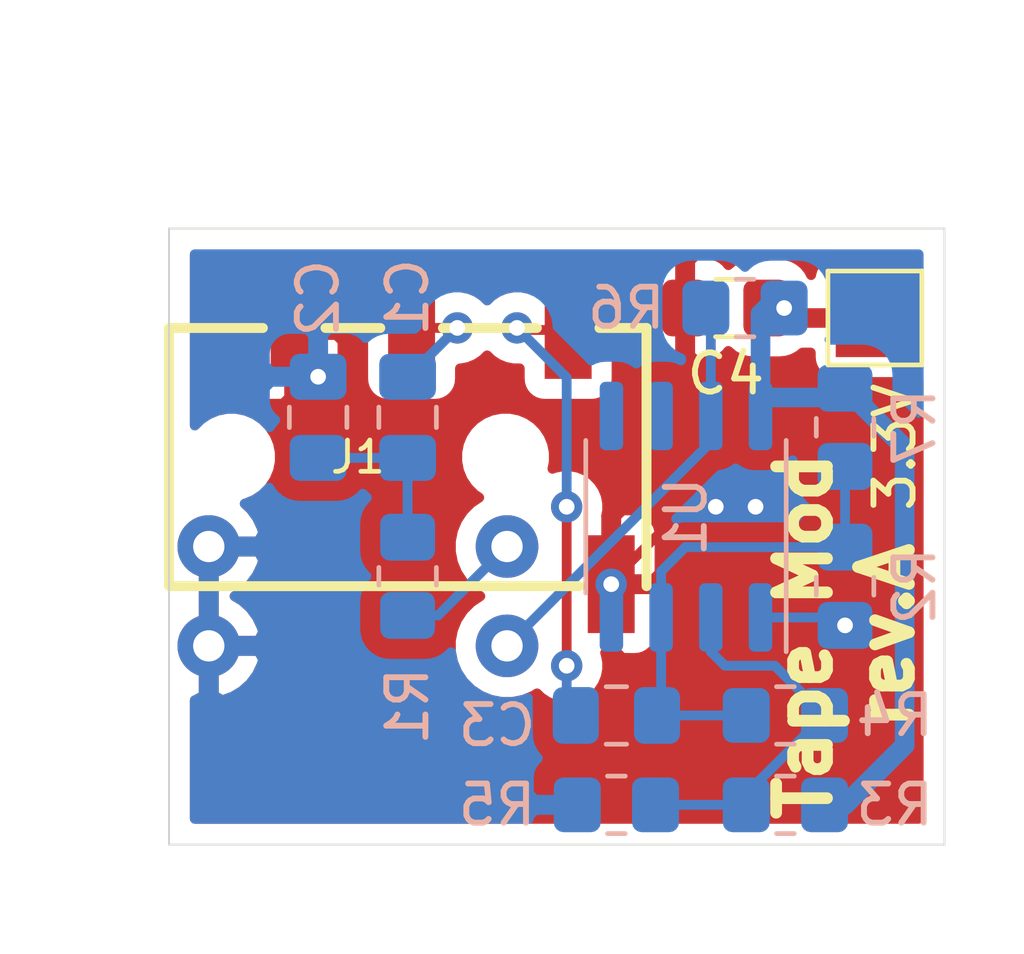
<source format=kicad_pcb>
(kicad_pcb (version 20171130) (host pcbnew 5.1.10-88a1d61d58~88~ubuntu20.04.1)

  (general
    (thickness 1.6)
    (drawings 5)
    (tracks 65)
    (zones 0)
    (modules 15)
    (nets 10)
  )

  (page A4)
  (layers
    (0 F.Cu signal)
    (31 B.Cu signal)
    (32 B.Adhes user)
    (33 F.Adhes user)
    (34 B.Paste user)
    (35 F.Paste user)
    (36 B.SilkS user)
    (37 F.SilkS user)
    (38 B.Mask user)
    (39 F.Mask user)
    (40 Dwgs.User user)
    (41 Cmts.User user)
    (42 Eco1.User user)
    (43 Eco2.User user)
    (44 Edge.Cuts user)
    (45 Margin user)
    (46 B.CrtYd user)
    (47 F.CrtYd user)
    (48 B.Fab user)
    (49 F.Fab user)
  )

  (setup
    (last_trace_width 0.25)
    (trace_clearance 0.2)
    (zone_clearance 0.508)
    (zone_45_only no)
    (trace_min 0.2)
    (via_size 0.8)
    (via_drill 0.4)
    (via_min_size 0.4)
    (via_min_drill 0.3)
    (uvia_size 0.3)
    (uvia_drill 0.1)
    (uvias_allowed no)
    (uvia_min_size 0.2)
    (uvia_min_drill 0.1)
    (edge_width 0.05)
    (segment_width 0.2)
    (pcb_text_width 0.3)
    (pcb_text_size 1.5 1.5)
    (mod_edge_width 0.12)
    (mod_text_size 1 1)
    (mod_text_width 0.15)
    (pad_size 1.524 1.524)
    (pad_drill 0.762)
    (pad_to_mask_clearance 0)
    (aux_axis_origin 0 0)
    (visible_elements FFFFFF7F)
    (pcbplotparams
      (layerselection 0x010fc_ffffffff)
      (usegerberextensions false)
      (usegerberattributes true)
      (usegerberadvancedattributes true)
      (creategerberjobfile true)
      (excludeedgelayer true)
      (linewidth 0.100000)
      (plotframeref false)
      (viasonmask false)
      (mode 1)
      (useauxorigin false)
      (hpglpennumber 1)
      (hpglpenspeed 20)
      (hpglpendiameter 15.000000)
      (psnegative false)
      (psa4output false)
      (plotreference true)
      (plotvalue true)
      (plotinvisibletext false)
      (padsonsilk false)
      (subtractmaskfromsilk false)
      (outputformat 1)
      (mirror false)
      (drillshape 0)
      (scaleselection 1)
      (outputdirectory "gerbers"))
  )

  (net 0 "")
  (net 1 "Net-(C1-Pad2)")
  (net 2 "Net-(C1-Pad1)")
  (net 3 GND)
  (net 4 "Net-(C3-Pad2)")
  (net 5 "Net-(C3-Pad1)")
  (net 6 +3V3)
  (net 7 TAPE_OUT)
  (net 8 "Net-(R3-Pad2)")
  (net 9 TAPE_IN)

  (net_class Default "This is the default net class."
    (clearance 0.2)
    (trace_width 0.25)
    (via_dia 0.8)
    (via_drill 0.4)
    (uvia_dia 0.3)
    (uvia_drill 0.1)
    (add_net +3V3)
    (add_net GND)
    (add_net "Net-(C1-Pad1)")
    (add_net "Net-(C1-Pad2)")
    (add_net "Net-(C3-Pad1)")
    (add_net "Net-(C3-Pad2)")
    (add_net "Net-(R3-Pad2)")
    (add_net TAPE_IN)
    (add_net TAPE_OUT)
  )

  (module footprints:SW_DIP_SPSTx04_Piano_TAPE_MOD (layer F.Cu) (tedit 60BBA61F) (tstamp 60BB6731)
    (at 135.128 71.628)
    (descr "4x-dip-switch SPST CTS_Series194-4MSTN, Piano, row spacing 7.62 mm (300 mils), body size  (see https://www.ctscorp.com/wp-content/uploads/194-195.pdf)")
    (tags "DIP Switch SPST Piano 7.62mm 300mil")
    (path /60D22533)
    (fp_text reference SW1 (at 0.762 9.144) (layer F.SilkS) hide
      (effects (font (size 1 1) (thickness 0.15)))
    )
    (fp_text value "SW3 replacement" (at 3.81 11.684) (layer F.Fab)
      (effects (font (size 1 1) (thickness 0.15)))
    )
    (fp_text user %R (at 3.81 3.81) (layer F.Fab)
      (effects (font (size 0.8 0.8) (thickness 0.12)))
    )
    (fp_line (start 8.95 -2.7) (end -2.5 -2.7) (layer F.CrtYd) (width 0.05))
    (fp_line (start 8.95 10.3) (end 8.95 -2.7) (layer F.CrtYd) (width 0.05))
    (fp_line (start -2.5 10.3) (end 8.95 10.3) (layer F.CrtYd) (width 0.05))
    (fp_line (start -2.5 -2.7) (end -2.5 10.3) (layer F.CrtYd) (width 0.05))
    (fp_line (start -1.08 6.86) (end -1.08 8.38) (layer F.Fab) (width 0.1))
    (fp_line (start -1.08 4.32) (end -1.08 5.84) (layer F.Fab) (width 0.1))
    (fp_line (start -1.08 1.78) (end -1.08 3.3) (layer F.Fab) (width 0.1))
    (fp_line (start -1.08 -0.76) (end -1.08 0.76) (layer F.Fab) (width 0.1))
    (fp_line (start -1.08 -1.36) (end -0.08 -2.36) (layer F.Fab) (width 0.1))
    (fp_line (start -1.08 9.98) (end -1.08 -1.36) (layer F.Fab) (width 0.1))
    (fp_line (start 8.7 9.98) (end -1.08 9.98) (layer F.Fab) (width 0.1))
    (fp_line (start 8.7 -2.36) (end 8.7 9.98) (layer F.Fab) (width 0.1))
    (fp_line (start -0.08 -2.36) (end 8.7 -2.36) (layer F.Fab) (width 0.1))
    (pad 2 thru_hole oval (at 0 2.54) (size 1.6 1.6) (drill 0.8) (layers *.Cu *.Mask)
      (net 3 GND))
    (pad 6 thru_hole oval (at 7.62 5.08) (size 1.6 1.6) (drill 0.8) (layers *.Cu *.Mask)
      (net 9 TAPE_IN))
    (pad 3 thru_hole oval (at 0 5.08) (size 1.6 1.6) (drill 0.8) (layers *.Cu *.Mask)
      (net 3 GND))
    (pad 7 thru_hole oval (at 7.62 2.54) (size 1.6 1.6) (drill 0.8) (layers *.Cu *.Mask)
      (net 7 TAPE_OUT))
  )

  (module TestPoint:TestPoint_Pad_2.0x2.0mm (layer F.Cu) (tedit 5A0F774F) (tstamp 60BBEAA7)
    (at 152.146 68.326)
    (descr "SMD rectangular pad as test Point, square 2.0mm side length")
    (tags "test point SMD pad rectangle square")
    (path /60D3A5B1)
    (attr virtual)
    (fp_text reference 3.3V (at 0.508 3.302 90) (layer F.SilkS)
      (effects (font (size 1 1) (thickness 0.15)))
    )
    (fp_text value 3.3V (at 0 2.05) (layer F.Fab)
      (effects (font (size 1 1) (thickness 0.15)))
    )
    (fp_text user %R (at 0 -2) (layer F.Fab)
      (effects (font (size 1 1) (thickness 0.15)))
    )
    (fp_line (start -1.2 -1.2) (end 1.2 -1.2) (layer F.SilkS) (width 0.12))
    (fp_line (start 1.2 -1.2) (end 1.2 1.2) (layer F.SilkS) (width 0.12))
    (fp_line (start 1.2 1.2) (end -1.2 1.2) (layer F.SilkS) (width 0.12))
    (fp_line (start -1.2 1.2) (end -1.2 -1.2) (layer F.SilkS) (width 0.12))
    (fp_line (start -1.5 -1.5) (end 1.5 -1.5) (layer F.CrtYd) (width 0.05))
    (fp_line (start -1.5 -1.5) (end -1.5 1.5) (layer F.CrtYd) (width 0.05))
    (fp_line (start 1.5 1.5) (end 1.5 -1.5) (layer F.CrtYd) (width 0.05))
    (fp_line (start 1.5 1.5) (end -1.5 1.5) (layer F.CrtYd) (width 0.05))
    (pad 1 smd rect (at 0 0) (size 2 2) (layers F.Cu F.Mask)
      (net 6 +3V3))
  )

  (module Package_SO:SO-8_3.9x4.9mm_P1.27mm (layer B.Cu) (tedit 5D9F72B1) (tstamp 60BB674B)
    (at 147.32 73.406 90)
    (descr "SO, 8 Pin (https://www.nxp.com/docs/en/data-sheet/PCF8523.pdf), generated with kicad-footprint-generator ipc_gullwing_generator.py")
    (tags "SO SO")
    (path /60BB5AB0)
    (attr smd)
    (fp_text reference U1 (at 0 0 270) (layer B.SilkS)
      (effects (font (size 1 1) (thickness 0.15)) (justify mirror))
    )
    (fp_text value LM311 (at 0 -3.4 270) (layer B.Fab)
      (effects (font (size 1 1) (thickness 0.15)) (justify mirror))
    )
    (fp_line (start 3.7 2.7) (end -3.7 2.7) (layer B.CrtYd) (width 0.05))
    (fp_line (start 3.7 -2.7) (end 3.7 2.7) (layer B.CrtYd) (width 0.05))
    (fp_line (start -3.7 -2.7) (end 3.7 -2.7) (layer B.CrtYd) (width 0.05))
    (fp_line (start -3.7 2.7) (end -3.7 -2.7) (layer B.CrtYd) (width 0.05))
    (fp_line (start -1.95 1.475) (end -0.975 2.45) (layer B.Fab) (width 0.1))
    (fp_line (start -1.95 -2.45) (end -1.95 1.475) (layer B.Fab) (width 0.1))
    (fp_line (start 1.95 -2.45) (end -1.95 -2.45) (layer B.Fab) (width 0.1))
    (fp_line (start 1.95 2.45) (end 1.95 -2.45) (layer B.Fab) (width 0.1))
    (fp_line (start -0.975 2.45) (end 1.95 2.45) (layer B.Fab) (width 0.1))
    (fp_line (start 0 2.56) (end -3.45 2.56) (layer B.SilkS) (width 0.12))
    (fp_line (start 0 2.56) (end 1.95 2.56) (layer B.SilkS) (width 0.12))
    (fp_line (start 0 -2.56) (end -1.95 -2.56) (layer B.SilkS) (width 0.12))
    (fp_line (start 0 -2.56) (end 1.95 -2.56) (layer B.SilkS) (width 0.12))
    (fp_text user %R (at 0 0 270) (layer B.Fab)
      (effects (font (size 0.98 0.98) (thickness 0.15)) (justify mirror))
    )
    (pad 8 smd roundrect (at 2.575 1.905 90) (size 1.75 0.6) (layers B.Cu B.Paste B.Mask) (roundrect_rratio 0.25)
      (net 6 +3V3))
    (pad 7 smd roundrect (at 2.575 0.635 90) (size 1.75 0.6) (layers B.Cu B.Paste B.Mask) (roundrect_rratio 0.25)
      (net 9 TAPE_IN))
    (pad 6 smd roundrect (at 2.575 -0.635 90) (size 1.75 0.6) (layers B.Cu B.Paste B.Mask) (roundrect_rratio 0.25))
    (pad 5 smd roundrect (at 2.575 -1.905 90) (size 1.75 0.6) (layers B.Cu B.Paste B.Mask) (roundrect_rratio 0.25))
    (pad 4 smd roundrect (at -2.575 -1.905 90) (size 1.75 0.6) (layers B.Cu B.Paste B.Mask) (roundrect_rratio 0.25)
      (net 3 GND))
    (pad 3 smd roundrect (at -2.575 -0.635 90) (size 1.75 0.6) (layers B.Cu B.Paste B.Mask) (roundrect_rratio 0.25)
      (net 4 "Net-(C3-Pad2)"))
    (pad 2 smd roundrect (at -2.575 0.635 90) (size 1.75 0.6) (layers B.Cu B.Paste B.Mask) (roundrect_rratio 0.25)
      (net 8 "Net-(R3-Pad2)"))
    (pad 1 smd roundrect (at -2.575 1.905 90) (size 1.75 0.6) (layers B.Cu B.Paste B.Mask) (roundrect_rratio 0.25)
      (net 3 GND))
    (model ${KISYS3DMOD}/Package_SO.3dshapes/SOIC-8_3.9x4.9mm_P1.27mm.step
      (at (xyz 0 0 0))
      (scale (xyz 1 1 1))
      (rotate (xyz 0 0 0))
    )
  )

  (module Resistor_SMD:R_0805_2012Metric_Pad1.20x1.40mm_HandSolder (layer B.Cu) (tedit 5F68FEEE) (tstamp 60BB66F5)
    (at 151.384 71.12 270)
    (descr "Resistor SMD 0805 (2012 Metric), square (rectangular) end terminal, IPC_7351 nominal with elongated pad for handsoldering. (Body size source: IPC-SM-782 page 72, https://www.pcb-3d.com/wordpress/wp-content/uploads/ipc-sm-782a_amendment_1_and_2.pdf), generated with kicad-footprint-generator")
    (tags "resistor handsolder")
    (path /60BD63B4)
    (attr smd)
    (fp_text reference R7 (at 0 -1.778 270) (layer B.SilkS)
      (effects (font (size 1 1) (thickness 0.15)) (justify mirror))
    )
    (fp_text value 200k (at 0 -1.65 270) (layer B.Fab)
      (effects (font (size 1 1) (thickness 0.15)) (justify mirror))
    )
    (fp_line (start 1.85 -0.95) (end -1.85 -0.95) (layer B.CrtYd) (width 0.05))
    (fp_line (start 1.85 0.95) (end 1.85 -0.95) (layer B.CrtYd) (width 0.05))
    (fp_line (start -1.85 0.95) (end 1.85 0.95) (layer B.CrtYd) (width 0.05))
    (fp_line (start -1.85 -0.95) (end -1.85 0.95) (layer B.CrtYd) (width 0.05))
    (fp_line (start -0.227064 -0.735) (end 0.227064 -0.735) (layer B.SilkS) (width 0.12))
    (fp_line (start -0.227064 0.735) (end 0.227064 0.735) (layer B.SilkS) (width 0.12))
    (fp_line (start 1 -0.625) (end -1 -0.625) (layer B.Fab) (width 0.1))
    (fp_line (start 1 0.625) (end 1 -0.625) (layer B.Fab) (width 0.1))
    (fp_line (start -1 0.625) (end 1 0.625) (layer B.Fab) (width 0.1))
    (fp_line (start -1 -0.625) (end -1 0.625) (layer B.Fab) (width 0.1))
    (fp_text user %R (at 0 0 270) (layer B.Fab)
      (effects (font (size 0.5 0.5) (thickness 0.08)) (justify mirror))
    )
    (pad 2 smd roundrect (at 1 0 270) (size 1.2 1.4) (layers B.Cu B.Paste B.Mask) (roundrect_rratio 0.2083325)
      (net 4 "Net-(C3-Pad2)"))
    (pad 1 smd roundrect (at -1 0 270) (size 1.2 1.4) (layers B.Cu B.Paste B.Mask) (roundrect_rratio 0.2083325)
      (net 6 +3V3))
    (model ${KISYS3DMOD}/Resistor_SMD.3dshapes/R_0805_2012Metric.wrl
      (at (xyz 0 0 0))
      (scale (xyz 1 1 1))
      (rotate (xyz 0 0 0))
    )
  )

  (module Resistor_SMD:R_0805_2012Metric_Pad1.20x1.40mm_HandSolder (layer B.Cu) (tedit 5F68FEEE) (tstamp 60BB66E4)
    (at 148.828 68.072 180)
    (descr "Resistor SMD 0805 (2012 Metric), square (rectangular) end terminal, IPC_7351 nominal with elongated pad for handsoldering. (Body size source: IPC-SM-782 page 72, https://www.pcb-3d.com/wordpress/wp-content/uploads/ipc-sm-782a_amendment_1_and_2.pdf), generated with kicad-footprint-generator")
    (tags "resistor handsolder")
    (path /60BBB6B1)
    (attr smd)
    (fp_text reference R6 (at 3.032 0) (layer B.SilkS)
      (effects (font (size 1 1) (thickness 0.15)) (justify mirror))
    )
    (fp_text value 1k (at 0 -1.65) (layer B.Fab)
      (effects (font (size 1 1) (thickness 0.15)) (justify mirror))
    )
    (fp_line (start 1.85 -0.95) (end -1.85 -0.95) (layer B.CrtYd) (width 0.05))
    (fp_line (start 1.85 0.95) (end 1.85 -0.95) (layer B.CrtYd) (width 0.05))
    (fp_line (start -1.85 0.95) (end 1.85 0.95) (layer B.CrtYd) (width 0.05))
    (fp_line (start -1.85 -0.95) (end -1.85 0.95) (layer B.CrtYd) (width 0.05))
    (fp_line (start -0.227064 -0.735) (end 0.227064 -0.735) (layer B.SilkS) (width 0.12))
    (fp_line (start -0.227064 0.735) (end 0.227064 0.735) (layer B.SilkS) (width 0.12))
    (fp_line (start 1 -0.625) (end -1 -0.625) (layer B.Fab) (width 0.1))
    (fp_line (start 1 0.625) (end 1 -0.625) (layer B.Fab) (width 0.1))
    (fp_line (start -1 0.625) (end 1 0.625) (layer B.Fab) (width 0.1))
    (fp_line (start -1 -0.625) (end -1 0.625) (layer B.Fab) (width 0.1))
    (fp_text user %R (at 0 0) (layer B.Fab)
      (effects (font (size 0.5 0.5) (thickness 0.08)) (justify mirror))
    )
    (pad 2 smd roundrect (at 1 0 180) (size 1.2 1.4) (layers B.Cu B.Paste B.Mask) (roundrect_rratio 0.2083325)
      (net 9 TAPE_IN))
    (pad 1 smd roundrect (at -1 0 180) (size 1.2 1.4) (layers B.Cu B.Paste B.Mask) (roundrect_rratio 0.2083325)
      (net 6 +3V3))
    (model ${KISYS3DMOD}/Resistor_SMD.3dshapes/R_0805_2012Metric.wrl
      (at (xyz 0 0 0))
      (scale (xyz 1 1 1))
      (rotate (xyz 0 0 0))
    )
  )

  (module Resistor_SMD:R_0805_2012Metric_Pad1.20x1.40mm_HandSolder (layer B.Cu) (tedit 5F68FEEE) (tstamp 60BB66D3)
    (at 145.542 80.772 180)
    (descr "Resistor SMD 0805 (2012 Metric), square (rectangular) end terminal, IPC_7351 nominal with elongated pad for handsoldering. (Body size source: IPC-SM-782 page 72, https://www.pcb-3d.com/wordpress/wp-content/uploads/ipc-sm-782a_amendment_1_and_2.pdf), generated with kicad-footprint-generator")
    (tags "resistor handsolder")
    (path /60BBA326)
    (attr smd)
    (fp_text reference R5 (at 3.048 0) (layer B.SilkS)
      (effects (font (size 1 1) (thickness 0.15)) (justify mirror))
    )
    (fp_text value 1k (at 0 -1.65) (layer B.Fab)
      (effects (font (size 1 1) (thickness 0.15)) (justify mirror))
    )
    (fp_line (start 1.85 -0.95) (end -1.85 -0.95) (layer B.CrtYd) (width 0.05))
    (fp_line (start 1.85 0.95) (end 1.85 -0.95) (layer B.CrtYd) (width 0.05))
    (fp_line (start -1.85 0.95) (end 1.85 0.95) (layer B.CrtYd) (width 0.05))
    (fp_line (start -1.85 -0.95) (end -1.85 0.95) (layer B.CrtYd) (width 0.05))
    (fp_line (start -0.227064 -0.735) (end 0.227064 -0.735) (layer B.SilkS) (width 0.12))
    (fp_line (start -0.227064 0.735) (end 0.227064 0.735) (layer B.SilkS) (width 0.12))
    (fp_line (start 1 -0.625) (end -1 -0.625) (layer B.Fab) (width 0.1))
    (fp_line (start 1 0.625) (end 1 -0.625) (layer B.Fab) (width 0.1))
    (fp_line (start -1 0.625) (end 1 0.625) (layer B.Fab) (width 0.1))
    (fp_line (start -1 -0.625) (end -1 0.625) (layer B.Fab) (width 0.1))
    (fp_text user %R (at 0 0) (layer B.Fab)
      (effects (font (size 0.5 0.5) (thickness 0.08)) (justify mirror))
    )
    (pad 2 smd roundrect (at 1 0 180) (size 1.2 1.4) (layers B.Cu B.Paste B.Mask) (roundrect_rratio 0.2083325)
      (net 3 GND))
    (pad 1 smd roundrect (at -1 0 180) (size 1.2 1.4) (layers B.Cu B.Paste B.Mask) (roundrect_rratio 0.2083325)
      (net 8 "Net-(R3-Pad2)"))
    (model ${KISYS3DMOD}/Resistor_SMD.3dshapes/R_0805_2012Metric.wrl
      (at (xyz 0 0 0))
      (scale (xyz 1 1 1))
      (rotate (xyz 0 0 0))
    )
  )

  (module Resistor_SMD:R_0805_2012Metric_Pad1.20x1.40mm_HandSolder (layer B.Cu) (tedit 5F68FEEE) (tstamp 60BB66C2)
    (at 149.86 80.772 180)
    (descr "Resistor SMD 0805 (2012 Metric), square (rectangular) end terminal, IPC_7351 nominal with elongated pad for handsoldering. (Body size source: IPC-SM-782 page 72, https://www.pcb-3d.com/wordpress/wp-content/uploads/ipc-sm-782a_amendment_1_and_2.pdf), generated with kicad-footprint-generator")
    (tags "resistor handsolder")
    (path /60BBB262)
    (attr smd)
    (fp_text reference R4 (at -2.794 2.286) (layer B.SilkS)
      (effects (font (size 1 1) (thickness 0.15)) (justify mirror))
    )
    (fp_text value 1k (at 0 -1.65) (layer B.Fab)
      (effects (font (size 1 1) (thickness 0.15)) (justify mirror))
    )
    (fp_line (start 1.85 -0.95) (end -1.85 -0.95) (layer B.CrtYd) (width 0.05))
    (fp_line (start 1.85 0.95) (end 1.85 -0.95) (layer B.CrtYd) (width 0.05))
    (fp_line (start -1.85 0.95) (end 1.85 0.95) (layer B.CrtYd) (width 0.05))
    (fp_line (start -1.85 -0.95) (end -1.85 0.95) (layer B.CrtYd) (width 0.05))
    (fp_line (start -0.227064 -0.735) (end 0.227064 -0.735) (layer B.SilkS) (width 0.12))
    (fp_line (start -0.227064 0.735) (end 0.227064 0.735) (layer B.SilkS) (width 0.12))
    (fp_line (start 1 -0.625) (end -1 -0.625) (layer B.Fab) (width 0.1))
    (fp_line (start 1 0.625) (end 1 -0.625) (layer B.Fab) (width 0.1))
    (fp_line (start -1 0.625) (end 1 0.625) (layer B.Fab) (width 0.1))
    (fp_line (start -1 -0.625) (end -1 0.625) (layer B.Fab) (width 0.1))
    (fp_text user %R (at 0 0) (layer B.Fab)
      (effects (font (size 0.5 0.5) (thickness 0.08)) (justify mirror))
    )
    (pad 2 smd roundrect (at 1 0 180) (size 1.2 1.4) (layers B.Cu B.Paste B.Mask) (roundrect_rratio 0.2083325)
      (net 8 "Net-(R3-Pad2)"))
    (pad 1 smd roundrect (at -1 0 180) (size 1.2 1.4) (layers B.Cu B.Paste B.Mask) (roundrect_rratio 0.2083325)
      (net 6 +3V3))
    (model ${KISYS3DMOD}/Resistor_SMD.3dshapes/R_0805_2012Metric.wrl
      (at (xyz 0 0 0))
      (scale (xyz 1 1 1))
      (rotate (xyz 0 0 0))
    )
  )

  (module Resistor_SMD:R_0805_2012Metric_Pad1.20x1.40mm_HandSolder (layer B.Cu) (tedit 5F68FEEE) (tstamp 60BB66B1)
    (at 149.86 78.486)
    (descr "Resistor SMD 0805 (2012 Metric), square (rectangular) end terminal, IPC_7351 nominal with elongated pad for handsoldering. (Body size source: IPC-SM-782 page 72, https://www.pcb-3d.com/wordpress/wp-content/uploads/ipc-sm-782a_amendment_1_and_2.pdf), generated with kicad-footprint-generator")
    (tags "resistor handsolder")
    (path /60BB8346)
    (attr smd)
    (fp_text reference R3 (at 2.794 2.286) (layer B.SilkS)
      (effects (font (size 1 1) (thickness 0.15)) (justify mirror))
    )
    (fp_text value 10k (at 0 -1.65) (layer B.Fab)
      (effects (font (size 1 1) (thickness 0.15)) (justify mirror))
    )
    (fp_line (start 1.85 -0.95) (end -1.85 -0.95) (layer B.CrtYd) (width 0.05))
    (fp_line (start 1.85 0.95) (end 1.85 -0.95) (layer B.CrtYd) (width 0.05))
    (fp_line (start -1.85 0.95) (end 1.85 0.95) (layer B.CrtYd) (width 0.05))
    (fp_line (start -1.85 -0.95) (end -1.85 0.95) (layer B.CrtYd) (width 0.05))
    (fp_line (start -0.227064 -0.735) (end 0.227064 -0.735) (layer B.SilkS) (width 0.12))
    (fp_line (start -0.227064 0.735) (end 0.227064 0.735) (layer B.SilkS) (width 0.12))
    (fp_line (start 1 -0.625) (end -1 -0.625) (layer B.Fab) (width 0.1))
    (fp_line (start 1 0.625) (end 1 -0.625) (layer B.Fab) (width 0.1))
    (fp_line (start -1 0.625) (end 1 0.625) (layer B.Fab) (width 0.1))
    (fp_line (start -1 -0.625) (end -1 0.625) (layer B.Fab) (width 0.1))
    (fp_text user %R (at 0 0) (layer B.Fab)
      (effects (font (size 0.5 0.5) (thickness 0.08)) (justify mirror))
    )
    (pad 2 smd roundrect (at 1 0) (size 1.2 1.4) (layers B.Cu B.Paste B.Mask) (roundrect_rratio 0.2083325)
      (net 8 "Net-(R3-Pad2)"))
    (pad 1 smd roundrect (at -1 0) (size 1.2 1.4) (layers B.Cu B.Paste B.Mask) (roundrect_rratio 0.2083325)
      (net 4 "Net-(C3-Pad2)"))
    (model ${KISYS3DMOD}/Resistor_SMD.3dshapes/R_0805_2012Metric.wrl
      (at (xyz 0 0 0))
      (scale (xyz 1 1 1))
      (rotate (xyz 0 0 0))
    )
  )

  (module Resistor_SMD:R_0805_2012Metric_Pad1.20x1.40mm_HandSolder (layer B.Cu) (tedit 5F68FEEE) (tstamp 60BB66A0)
    (at 151.384 75.184 270)
    (descr "Resistor SMD 0805 (2012 Metric), square (rectangular) end terminal, IPC_7351 nominal with elongated pad for handsoldering. (Body size source: IPC-SM-782 page 72, https://www.pcb-3d.com/wordpress/wp-content/uploads/ipc-sm-782a_amendment_1_and_2.pdf), generated with kicad-footprint-generator")
    (tags "resistor handsolder")
    (path /60BB9103)
    (attr smd)
    (fp_text reference R2 (at 0 -1.778 270) (layer B.SilkS)
      (effects (font (size 1 1) (thickness 0.15)) (justify mirror))
    )
    (fp_text value 1M (at 0 -1.65 270) (layer B.Fab)
      (effects (font (size 1 1) (thickness 0.15)) (justify mirror))
    )
    (fp_line (start 1.85 -0.95) (end -1.85 -0.95) (layer B.CrtYd) (width 0.05))
    (fp_line (start 1.85 0.95) (end 1.85 -0.95) (layer B.CrtYd) (width 0.05))
    (fp_line (start -1.85 0.95) (end 1.85 0.95) (layer B.CrtYd) (width 0.05))
    (fp_line (start -1.85 -0.95) (end -1.85 0.95) (layer B.CrtYd) (width 0.05))
    (fp_line (start -0.227064 -0.735) (end 0.227064 -0.735) (layer B.SilkS) (width 0.12))
    (fp_line (start -0.227064 0.735) (end 0.227064 0.735) (layer B.SilkS) (width 0.12))
    (fp_line (start 1 -0.625) (end -1 -0.625) (layer B.Fab) (width 0.1))
    (fp_line (start 1 0.625) (end 1 -0.625) (layer B.Fab) (width 0.1))
    (fp_line (start -1 0.625) (end 1 0.625) (layer B.Fab) (width 0.1))
    (fp_line (start -1 -0.625) (end -1 0.625) (layer B.Fab) (width 0.1))
    (fp_text user %R (at 0 0 270) (layer B.Fab)
      (effects (font (size 0.5 0.5) (thickness 0.08)) (justify mirror))
    )
    (pad 2 smd roundrect (at 1 0 270) (size 1.2 1.4) (layers B.Cu B.Paste B.Mask) (roundrect_rratio 0.2083325)
      (net 3 GND))
    (pad 1 smd roundrect (at -1 0 270) (size 1.2 1.4) (layers B.Cu B.Paste B.Mask) (roundrect_rratio 0.2083325)
      (net 4 "Net-(C3-Pad2)"))
    (model ${KISYS3DMOD}/Resistor_SMD.3dshapes/R_0805_2012Metric.wrl
      (at (xyz 0 0 0))
      (scale (xyz 1 1 1))
      (rotate (xyz 0 0 0))
    )
  )

  (module Resistor_SMD:R_0805_2012Metric_Pad1.20x1.40mm_HandSolder (layer B.Cu) (tedit 5F68FEEE) (tstamp 60BB668F)
    (at 140.208 74.93 270)
    (descr "Resistor SMD 0805 (2012 Metric), square (rectangular) end terminal, IPC_7351 nominal with elongated pad for handsoldering. (Body size source: IPC-SM-782 page 72, https://www.pcb-3d.com/wordpress/wp-content/uploads/ipc-sm-782a_amendment_1_and_2.pdf), generated with kicad-footprint-generator")
    (tags "resistor handsolder")
    (path /60BC0BBE)
    (attr smd)
    (fp_text reference R1 (at 3.318 0 270) (layer B.SilkS)
      (effects (font (size 1 1) (thickness 0.15)) (justify mirror))
    )
    (fp_text value 33k (at 0 -1.65 270) (layer B.Fab)
      (effects (font (size 1 1) (thickness 0.15)) (justify mirror))
    )
    (fp_line (start 1.85 -0.95) (end -1.85 -0.95) (layer B.CrtYd) (width 0.05))
    (fp_line (start 1.85 0.95) (end 1.85 -0.95) (layer B.CrtYd) (width 0.05))
    (fp_line (start -1.85 0.95) (end 1.85 0.95) (layer B.CrtYd) (width 0.05))
    (fp_line (start -1.85 -0.95) (end -1.85 0.95) (layer B.CrtYd) (width 0.05))
    (fp_line (start -0.227064 -0.735) (end 0.227064 -0.735) (layer B.SilkS) (width 0.12))
    (fp_line (start -0.227064 0.735) (end 0.227064 0.735) (layer B.SilkS) (width 0.12))
    (fp_line (start 1 -0.625) (end -1 -0.625) (layer B.Fab) (width 0.1))
    (fp_line (start 1 0.625) (end 1 -0.625) (layer B.Fab) (width 0.1))
    (fp_line (start -1 0.625) (end 1 0.625) (layer B.Fab) (width 0.1))
    (fp_line (start -1 -0.625) (end -1 0.625) (layer B.Fab) (width 0.1))
    (fp_text user %R (at 0 0 270) (layer B.Fab)
      (effects (font (size 0.5 0.5) (thickness 0.08)) (justify mirror))
    )
    (pad 2 smd roundrect (at 1 0 270) (size 1.2 1.4) (layers B.Cu B.Paste B.Mask) (roundrect_rratio 0.2083325)
      (net 7 TAPE_OUT))
    (pad 1 smd roundrect (at -1 0 270) (size 1.2 1.4) (layers B.Cu B.Paste B.Mask) (roundrect_rratio 0.2083325)
      (net 1 "Net-(C1-Pad2)"))
    (model ${KISYS3DMOD}/Resistor_SMD.3dshapes/R_0805_2012Metric.wrl
      (at (xyz 0 0 0))
      (scale (xyz 1 1 1))
      (rotate (xyz 0 0 0))
    )
  )

  (module footprints:AUDIO_JACK_3.5MM_SMD_TRRS (layer F.Cu) (tedit 5DC6B07D) (tstamp 60BB667E)
    (at 134.112 71.882)
    (descr "TRRS 3.5MM RIGHT ANGLE STEREO JACK - SMT")
    (tags "TRRS 3.5MM RIGHT ANGLE STEREO JACK - SMT")
    (path /60BB681B)
    (attr smd)
    (fp_text reference J1 (at 4.826 0 180) (layer F.SilkS)
      (effects (font (size 0.8 0.8) (thickness 0.12)))
    )
    (fp_text value "Tape In/Out" (at 5.08 -1.27 180) (layer F.SilkS) hide
      (effects (font (size 0.6096 0.6096) (thickness 0.127)))
    )
    (fp_line (start 0.49784 -3.29946) (end 2.39776 -3.29946) (layer F.SilkS) (width 0.254))
    (fp_line (start 3.99796 -3.29946) (end 5.3975 -3.29946) (layer F.SilkS) (width 0.254))
    (fp_line (start 6.9977 -3.29946) (end 9.398 -3.29946) (layer F.SilkS) (width 0.254))
    (fp_line (start -1.99898 2.79908) (end 0 2.79908) (layer Dwgs.User) (width 0.254))
    (fp_line (start -1.99898 -2.79908) (end -1.99898 2.79908) (layer Dwgs.User) (width 0.254))
    (fp_line (start 0 -2.79908) (end -1.99898 -2.79908) (layer Dwgs.User) (width 0.254))
    (fp_line (start 0 3.29946) (end 0.49784 3.29946) (layer F.SilkS) (width 0.254))
    (fp_line (start 0 2.79908) (end 0 3.29946) (layer F.SilkS) (width 0.254))
    (fp_line (start 0 -2.79908) (end 0 2.79908) (layer F.SilkS) (width 0.254))
    (fp_line (start 0 -3.29946) (end 0 -2.79908) (layer F.SilkS) (width 0.254))
    (fp_line (start 0.49784 -3.29946) (end 0 -3.29946) (layer F.SilkS) (width 0.254))
    (fp_line (start 12.19962 -3.29946) (end 10.9982 -3.29946) (layer F.SilkS) (width 0.254))
    (fp_line (start 12.19962 -3.29946) (end 12.19962 3.29946) (layer F.SilkS) (width 0.254))
    (fp_line (start 0.49784 3.29946) (end 10.49782 3.29946) (layer F.SilkS) (width 0.254))
    (pad "" np_thru_hole circle (at 8.5979 0) (size 1.19888 1.19888) (drill 1.19888) (layers *.Cu *.Mask)
      (solder_mask_margin 0.1016))
    (pad "" np_thru_hole circle (at 1.59766 0) (size 1.19888 1.19888) (drill 1.19888) (layers *.Cu *.Mask)
      (solder_mask_margin 0.1016))
    (pad T smd rect (at 10.1981 -3.24866) (size 1.19888 2.49936) (layers F.Cu F.Paste F.Mask)
      (net 5 "Net-(C3-Pad1)") (solder_mask_margin 0.1016))
    (pad R2 smd rect (at 3.19786 -3.24866 180) (size 1.19888 2.49936) (layers F.Cu F.Paste F.Mask)
      (net 3 GND) (solder_mask_margin 0.1016))
    (pad R1 smd rect (at 6.1976 -3.24866) (size 1.19888 2.49936) (layers F.Cu F.Paste F.Mask)
      (net 2 "Net-(C1-Pad1)") (solder_mask_margin 0.1016))
    (pad S smd rect (at 11.29792 3.24866) (size 1.19888 2.49936) (layers F.Cu F.Paste F.Mask)
      (net 3 GND) (solder_mask_margin 0.1016))
    (model /home/andy/Documents/Projects/kicad/libraries/retro/3d/PJ320D.STEP
      (offset (xyz 5.2 -0.5 -11.5))
      (scale (xyz 1 1 1))
      (rotate (xyz 0 0 0))
    )
  )

  (module Capacitor_SMD:C_0805_2012Metric_Pad1.18x1.45mm_HandSolder (layer F.Cu) (tedit 5F68FEEF) (tstamp 60BB6666)
    (at 148.336 68.072 180)
    (descr "Capacitor SMD 0805 (2012 Metric), square (rectangular) end terminal, IPC_7351 nominal with elongated pad for handsoldering. (Body size source: IPC-SM-782 page 76, https://www.pcb-3d.com/wordpress/wp-content/uploads/ipc-sm-782a_amendment_1_and_2.pdf, https://docs.google.com/spreadsheets/d/1BsfQQcO9C6DZCsRaXUlFlo91Tg2WpOkGARC1WS5S8t0/edit?usp=sharing), generated with kicad-footprint-generator")
    (tags "capacitor handsolder")
    (path /60BC2084)
    (attr smd)
    (fp_text reference C4 (at 0 -1.68 180) (layer F.SilkS)
      (effects (font (size 1 1) (thickness 0.15)))
    )
    (fp_text value 100n (at 0 1.68 180) (layer F.Fab)
      (effects (font (size 1 1) (thickness 0.15)))
    )
    (fp_line (start 1.88 0.98) (end -1.88 0.98) (layer F.CrtYd) (width 0.05))
    (fp_line (start 1.88 -0.98) (end 1.88 0.98) (layer F.CrtYd) (width 0.05))
    (fp_line (start -1.88 -0.98) (end 1.88 -0.98) (layer F.CrtYd) (width 0.05))
    (fp_line (start -1.88 0.98) (end -1.88 -0.98) (layer F.CrtYd) (width 0.05))
    (fp_line (start -0.261252 0.735) (end 0.261252 0.735) (layer F.SilkS) (width 0.12))
    (fp_line (start -0.261252 -0.735) (end 0.261252 -0.735) (layer F.SilkS) (width 0.12))
    (fp_line (start 1 0.625) (end -1 0.625) (layer F.Fab) (width 0.1))
    (fp_line (start 1 -0.625) (end 1 0.625) (layer F.Fab) (width 0.1))
    (fp_line (start -1 -0.625) (end 1 -0.625) (layer F.Fab) (width 0.1))
    (fp_line (start -1 0.625) (end -1 -0.625) (layer F.Fab) (width 0.1))
    (fp_text user %R (at 0 0 180) (layer F.Fab)
      (effects (font (size 0.5 0.5) (thickness 0.08)))
    )
    (pad 2 smd roundrect (at 1.0375 0 180) (size 1.175 1.45) (layers F.Cu F.Paste F.Mask) (roundrect_rratio 0.2127659574468085)
      (net 3 GND))
    (pad 1 smd roundrect (at -1.0375 0 180) (size 1.175 1.45) (layers F.Cu F.Paste F.Mask) (roundrect_rratio 0.2127659574468085)
      (net 6 +3V3))
    (model ${KISYS3DMOD}/Capacitor_SMD.3dshapes/C_0805_2012Metric.wrl
      (at (xyz 0 0 0))
      (scale (xyz 1 1 1))
      (rotate (xyz 0 0 0))
    )
  )

  (module Capacitor_SMD:C_0805_2012Metric_Pad1.18x1.45mm_HandSolder (layer B.Cu) (tedit 5F68FEEF) (tstamp 60BB6655)
    (at 145.542 78.486)
    (descr "Capacitor SMD 0805 (2012 Metric), square (rectangular) end terminal, IPC_7351 nominal with elongated pad for handsoldering. (Body size source: IPC-SM-782 page 76, https://www.pcb-3d.com/wordpress/wp-content/uploads/ipc-sm-782a_amendment_1_and_2.pdf, https://docs.google.com/spreadsheets/d/1BsfQQcO9C6DZCsRaXUlFlo91Tg2WpOkGARC1WS5S8t0/edit?usp=sharing), generated with kicad-footprint-generator")
    (tags "capacitor handsolder")
    (path /60BB7155)
    (attr smd)
    (fp_text reference C3 (at -3.048 0.254) (layer B.SilkS)
      (effects (font (size 1 1) (thickness 0.15)) (justify mirror))
    )
    (fp_text value 100n (at 0 -1.68) (layer B.Fab)
      (effects (font (size 1 1) (thickness 0.15)) (justify mirror))
    )
    (fp_line (start 1.88 -0.98) (end -1.88 -0.98) (layer B.CrtYd) (width 0.05))
    (fp_line (start 1.88 0.98) (end 1.88 -0.98) (layer B.CrtYd) (width 0.05))
    (fp_line (start -1.88 0.98) (end 1.88 0.98) (layer B.CrtYd) (width 0.05))
    (fp_line (start -1.88 -0.98) (end -1.88 0.98) (layer B.CrtYd) (width 0.05))
    (fp_line (start -0.261252 -0.735) (end 0.261252 -0.735) (layer B.SilkS) (width 0.12))
    (fp_line (start -0.261252 0.735) (end 0.261252 0.735) (layer B.SilkS) (width 0.12))
    (fp_line (start 1 -0.625) (end -1 -0.625) (layer B.Fab) (width 0.1))
    (fp_line (start 1 0.625) (end 1 -0.625) (layer B.Fab) (width 0.1))
    (fp_line (start -1 0.625) (end 1 0.625) (layer B.Fab) (width 0.1))
    (fp_line (start -1 -0.625) (end -1 0.625) (layer B.Fab) (width 0.1))
    (fp_text user %R (at 0 0) (layer B.Fab)
      (effects (font (size 0.5 0.5) (thickness 0.08)) (justify mirror))
    )
    (pad 2 smd roundrect (at 1.0375 0) (size 1.175 1.45) (layers B.Cu B.Paste B.Mask) (roundrect_rratio 0.2127659574468085)
      (net 4 "Net-(C3-Pad2)"))
    (pad 1 smd roundrect (at -1.0375 0) (size 1.175 1.45) (layers B.Cu B.Paste B.Mask) (roundrect_rratio 0.2127659574468085)
      (net 5 "Net-(C3-Pad1)"))
    (model ${KISYS3DMOD}/Capacitor_SMD.3dshapes/C_0805_2012Metric.wrl
      (at (xyz 0 0 0))
      (scale (xyz 1 1 1))
      (rotate (xyz 0 0 0))
    )
  )

  (module Capacitor_SMD:C_0805_2012Metric_Pad1.18x1.45mm_HandSolder (layer B.Cu) (tedit 5F68FEEF) (tstamp 60BB6644)
    (at 137.922 70.866 270)
    (descr "Capacitor SMD 0805 (2012 Metric), square (rectangular) end terminal, IPC_7351 nominal with elongated pad for handsoldering. (Body size source: IPC-SM-782 page 76, https://www.pcb-3d.com/wordpress/wp-content/uploads/ipc-sm-782a_amendment_1_and_2.pdf, https://docs.google.com/spreadsheets/d/1BsfQQcO9C6DZCsRaXUlFlo91Tg2WpOkGARC1WS5S8t0/edit?usp=sharing), generated with kicad-footprint-generator")
    (tags "capacitor handsolder")
    (path /60BBD2DE)
    (attr smd)
    (fp_text reference C2 (at -3.048 0 270) (layer B.SilkS)
      (effects (font (size 1 1) (thickness 0.15)) (justify mirror))
    )
    (fp_text value 3n3 (at 0 -1.68 270) (layer B.Fab)
      (effects (font (size 1 1) (thickness 0.15)) (justify mirror))
    )
    (fp_line (start 1.88 -0.98) (end -1.88 -0.98) (layer B.CrtYd) (width 0.05))
    (fp_line (start 1.88 0.98) (end 1.88 -0.98) (layer B.CrtYd) (width 0.05))
    (fp_line (start -1.88 0.98) (end 1.88 0.98) (layer B.CrtYd) (width 0.05))
    (fp_line (start -1.88 -0.98) (end -1.88 0.98) (layer B.CrtYd) (width 0.05))
    (fp_line (start -0.261252 -0.735) (end 0.261252 -0.735) (layer B.SilkS) (width 0.12))
    (fp_line (start -0.261252 0.735) (end 0.261252 0.735) (layer B.SilkS) (width 0.12))
    (fp_line (start 1 -0.625) (end -1 -0.625) (layer B.Fab) (width 0.1))
    (fp_line (start 1 0.625) (end 1 -0.625) (layer B.Fab) (width 0.1))
    (fp_line (start -1 0.625) (end 1 0.625) (layer B.Fab) (width 0.1))
    (fp_line (start -1 -0.625) (end -1 0.625) (layer B.Fab) (width 0.1))
    (fp_text user %R (at 0 0 270) (layer B.Fab)
      (effects (font (size 0.5 0.5) (thickness 0.08)) (justify mirror))
    )
    (pad 2 smd roundrect (at 1.0375 0 270) (size 1.175 1.45) (layers B.Cu B.Paste B.Mask) (roundrect_rratio 0.2127659574468085)
      (net 1 "Net-(C1-Pad2)"))
    (pad 1 smd roundrect (at -1.0375 0 270) (size 1.175 1.45) (layers B.Cu B.Paste B.Mask) (roundrect_rratio 0.2127659574468085)
      (net 3 GND))
    (model ${KISYS3DMOD}/Capacitor_SMD.3dshapes/C_0805_2012Metric.wrl
      (at (xyz 0 0 0))
      (scale (xyz 1 1 1))
      (rotate (xyz 0 0 0))
    )
  )

  (module Capacitor_SMD:C_0805_2012Metric_Pad1.18x1.45mm_HandSolder (layer B.Cu) (tedit 5F68FEEF) (tstamp 60BB6633)
    (at 140.208 70.866 270)
    (descr "Capacitor SMD 0805 (2012 Metric), square (rectangular) end terminal, IPC_7351 nominal with elongated pad for handsoldering. (Body size source: IPC-SM-782 page 76, https://www.pcb-3d.com/wordpress/wp-content/uploads/ipc-sm-782a_amendment_1_and_2.pdf, https://docs.google.com/spreadsheets/d/1BsfQQcO9C6DZCsRaXUlFlo91Tg2WpOkGARC1WS5S8t0/edit?usp=sharing), generated with kicad-footprint-generator")
    (tags "capacitor handsolder")
    (path /60BBD088)
    (attr smd)
    (fp_text reference C1 (at -3.0695 0 270) (layer B.SilkS)
      (effects (font (size 1 1) (thickness 0.15)) (justify mirror))
    )
    (fp_text value 100n (at 0 -1.68 270) (layer B.Fab)
      (effects (font (size 1 1) (thickness 0.15)) (justify mirror))
    )
    (fp_line (start 1.88 -0.98) (end -1.88 -0.98) (layer B.CrtYd) (width 0.05))
    (fp_line (start 1.88 0.98) (end 1.88 -0.98) (layer B.CrtYd) (width 0.05))
    (fp_line (start -1.88 0.98) (end 1.88 0.98) (layer B.CrtYd) (width 0.05))
    (fp_line (start -1.88 -0.98) (end -1.88 0.98) (layer B.CrtYd) (width 0.05))
    (fp_line (start -0.261252 -0.735) (end 0.261252 -0.735) (layer B.SilkS) (width 0.12))
    (fp_line (start -0.261252 0.735) (end 0.261252 0.735) (layer B.SilkS) (width 0.12))
    (fp_line (start 1 -0.625) (end -1 -0.625) (layer B.Fab) (width 0.1))
    (fp_line (start 1 0.625) (end 1 -0.625) (layer B.Fab) (width 0.1))
    (fp_line (start -1 0.625) (end 1 0.625) (layer B.Fab) (width 0.1))
    (fp_line (start -1 -0.625) (end -1 0.625) (layer B.Fab) (width 0.1))
    (fp_text user %R (at 0 0 270) (layer B.Fab)
      (effects (font (size 0.5 0.5) (thickness 0.08)) (justify mirror))
    )
    (pad 2 smd roundrect (at 1.0375 0 270) (size 1.175 1.45) (layers B.Cu B.Paste B.Mask) (roundrect_rratio 0.2127659574468085)
      (net 1 "Net-(C1-Pad2)"))
    (pad 1 smd roundrect (at -1.0375 0 270) (size 1.175 1.45) (layers B.Cu B.Paste B.Mask) (roundrect_rratio 0.2127659574468085)
      (net 2 "Net-(C1-Pad1)"))
    (model ${KISYS3DMOD}/Capacitor_SMD.3dshapes/C_0805_2012Metric.wrl
      (at (xyz 0 0 0))
      (scale (xyz 1 1 1))
      (rotate (xyz 0 0 0))
    )
  )

  (gr_text "Tape Mod\nrev.A" (at 151.384 76.454 90) (layer F.SilkS)
    (effects (font (size 1.3 1.3) (thickness 0.3)))
  )
  (gr_line (start 134.112 81.788) (end 134.112 66.04) (layer Edge.Cuts) (width 0.05) (tstamp 60BBD94D))
  (gr_line (start 153.924 81.788) (end 134.112 81.788) (layer Edge.Cuts) (width 0.05))
  (gr_line (start 153.924 66.04) (end 153.924 81.788) (layer Edge.Cuts) (width 0.05))
  (gr_line (start 134.112 66.04) (end 153.924 66.04) (layer Edge.Cuts) (width 0.05))

  (segment (start 140.208 73.93) (end 140.208 71.9035) (width 0.25) (layer B.Cu) (net 1))
  (segment (start 140.208 71.9035) (end 137.922 71.9035) (width 0.25) (layer B.Cu) (net 1))
  (via (at 141.478 68.58) (size 0.8) (drill 0.4) (layers F.Cu B.Cu) (net 2))
  (segment (start 140.2295 69.8285) (end 141.478 68.58) (width 0.25) (layer B.Cu) (net 2))
  (segment (start 140.208 69.8285) (end 140.2295 69.8285) (width 0.25) (layer B.Cu) (net 2))
  (segment (start 140.36294 68.58) (end 140.3096 68.63334) (width 0.25) (layer F.Cu) (net 2))
  (segment (start 141.478 68.58) (end 140.36294 68.58) (width 0.25) (layer F.Cu) (net 2))
  (segment (start 151.181 75.981) (end 151.384 76.184) (width 0.25) (layer B.Cu) (net 3))
  (segment (start 149.225 75.981) (end 151.181 75.981) (width 0.25) (layer B.Cu) (net 3))
  (segment (start 145.40992 75.13066) (end 145.40992 75.06208) (width 0.25) (layer F.Cu) (net 3))
  (via (at 148.082 73.152) (size 0.8) (drill 0.4) (layers F.Cu B.Cu) (net 3))
  (segment (start 147.32 73.152) (end 148.082 73.152) (width 0.25) (layer F.Cu) (net 3))
  (segment (start 145.40992 75.06208) (end 147.32 73.152) (width 0.25) (layer F.Cu) (net 3))
  (via (at 151.384 76.184) (size 0.8) (drill 0.4) (layers F.Cu B.Cu) (net 3))
  (via (at 145.40992 75.13066) (size 0.8) (drill 0.4) (layers F.Cu B.Cu) (net 3))
  (segment (start 145.415 75.13574) (end 145.40992 75.13066) (width 0.25) (layer B.Cu) (net 3))
  (segment (start 145.415 75.981) (end 145.415 75.13574) (width 0.25) (layer B.Cu) (net 3))
  (via (at 149.098 73.152) (size 0.8) (drill 0.4) (layers F.Cu B.Cu) (net 3) (tstamp 60BC0D61))
  (via (at 137.922 69.8285) (size 0.8) (drill 0.4) (layers F.Cu B.Cu) (net 3))
  (segment (start 137.30986 69.21636) (end 137.922 69.8285) (width 0.25) (layer F.Cu) (net 3))
  (segment (start 137.30986 68.63334) (end 137.30986 69.21636) (width 0.25) (layer F.Cu) (net 3))
  (segment (start 146.685 78.3805) (end 146.5795 78.486) (width 0.25) (layer B.Cu) (net 4))
  (segment (start 146.685 75.981) (end 146.685 78.3805) (width 0.25) (layer B.Cu) (net 4))
  (segment (start 146.5795 78.486) (end 148.86 78.486) (width 0.25) (layer B.Cu) (net 4))
  (segment (start 151.384 74.184) (end 151.384 72.12) (width 0.25) (layer B.Cu) (net 4))
  (segment (start 151.384 74.184) (end 147.304 74.184) (width 0.25) (layer B.Cu) (net 4))
  (segment (start 146.685 74.803) (end 146.685 75.981) (width 0.25) (layer B.Cu) (net 4))
  (segment (start 147.304 74.184) (end 146.685 74.803) (width 0.25) (layer B.Cu) (net 4))
  (via (at 143.002 68.58) (size 0.8) (drill 0.4) (layers F.Cu B.Cu) (net 5))
  (segment (start 143.05534 68.63334) (end 143.002 68.58) (width 0.25) (layer F.Cu) (net 5))
  (segment (start 144.3101 68.63334) (end 143.05534 68.63334) (width 0.25) (layer F.Cu) (net 5))
  (via (at 144.272 73.152) (size 0.8) (drill 0.4) (layers F.Cu B.Cu) (net 5))
  (segment (start 144.272 69.85) (end 144.272 73.152) (width 0.25) (layer B.Cu) (net 5))
  (segment (start 143.002 68.58) (end 144.272 69.85) (width 0.25) (layer B.Cu) (net 5))
  (via (at 144.272 77.216) (size 0.8) (drill 0.4) (layers F.Cu B.Cu) (net 5))
  (segment (start 144.272 73.152) (end 144.272 77.216) (width 0.25) (layer F.Cu) (net 5))
  (segment (start 144.272 78.2535) (end 144.5045 78.486) (width 0.25) (layer B.Cu) (net 5))
  (segment (start 144.272 77.216) (end 144.272 78.2535) (width 0.25) (layer B.Cu) (net 5))
  (segment (start 149.6275 68.326) (end 149.3735 68.072) (width 0.5) (layer F.Cu) (net 6))
  (segment (start 152.146 68.326) (end 149.6275 68.326) (width 0.5) (layer F.Cu) (net 6))
  (via (at 149.828 68.072) (size 0.8) (drill 0.4) (layers F.Cu B.Cu) (net 6))
  (segment (start 149.3735 68.072) (end 149.828 68.072) (width 0.5) (layer F.Cu) (net 6))
  (segment (start 152.908 71.644) (end 151.384 70.12) (width 0.5) (layer B.Cu) (net 6))
  (segment (start 152.908 79.248) (end 152.908 71.644) (width 0.5) (layer B.Cu) (net 6))
  (segment (start 151.384 80.772) (end 152.908 79.248) (width 0.5) (layer B.Cu) (net 6))
  (segment (start 150.86 80.772) (end 151.384 80.772) (width 0.5) (layer B.Cu) (net 6))
  (segment (start 149.225 70.358) (end 151.146 70.358) (width 0.5) (layer B.Cu) (net 6))
  (segment (start 151.146 70.358) (end 151.384 70.12) (width 0.5) (layer B.Cu) (net 6))
  (segment (start 149.225 70.831) (end 149.225 70.358) (width 0.5) (layer B.Cu) (net 6))
  (segment (start 149.3735 68.072) (end 149.828 68.072) (width 0.5) (layer B.Cu) (net 6))
  (segment (start 149.225 68.2205) (end 149.3735 68.072) (width 0.5) (layer B.Cu) (net 6))
  (segment (start 149.225 70.831) (end 149.225 68.2205) (width 0.5) (layer B.Cu) (net 6))
  (segment (start 140.986 75.93) (end 142.748 74.168) (width 0.25) (layer B.Cu) (net 7))
  (segment (start 140.208 75.93) (end 140.986 75.93) (width 0.25) (layer B.Cu) (net 7))
  (segment (start 146.542 80.772) (end 148.86 80.772) (width 0.25) (layer B.Cu) (net 8))
  (segment (start 148.86 80.486) (end 150.86 78.486) (width 0.25) (layer B.Cu) (net 8))
  (segment (start 148.86 80.772) (end 148.86 80.486) (width 0.25) (layer B.Cu) (net 8))
  (segment (start 147.955 76.856) (end 147.955 75.981) (width 0.25) (layer B.Cu) (net 8))
  (segment (start 148.315 77.216) (end 147.955 76.856) (width 0.25) (layer B.Cu) (net 8))
  (segment (start 149.59 77.216) (end 148.315 77.216) (width 0.25) (layer B.Cu) (net 8))
  (segment (start 150.86 78.486) (end 149.59 77.216) (width 0.25) (layer B.Cu) (net 8))
  (segment (start 147.955 68.199) (end 147.828 68.072) (width 0.25) (layer B.Cu) (net 9))
  (segment (start 147.955 70.831) (end 147.955 68.199) (width 0.25) (layer B.Cu) (net 9))
  (segment (start 147.955 71.501) (end 147.955 70.831) (width 0.25) (layer B.Cu) (net 9))
  (segment (start 142.748 76.708) (end 147.955 71.501) (width 0.25) (layer B.Cu) (net 9))

  (zone (net 3) (net_name GND) (layer F.Cu) (tstamp 60BC1D94) (hatch edge 0.508)
    (connect_pads (clearance 0.508))
    (min_thickness 0.254)
    (fill yes (arc_segments 32) (thermal_gap 0.508) (thermal_bridge_width 0.508))
    (polygon
      (pts
        (xy 154.94 84.582) (xy 131.572 84.582) (xy 131.572 62.23) (xy 154.94 62.23)
      )
    )
    (filled_polygon
      (pts
        (xy 151.021518 66.700188) (xy 150.90182 66.736498) (xy 150.791506 66.795463) (xy 150.694815 66.874815) (xy 150.615463 66.971506)
        (xy 150.556498 67.08182) (xy 150.520188 67.201518) (xy 150.517317 67.230668) (xy 150.449405 67.103614) (xy 150.338962 66.969038)
        (xy 150.204386 66.858595) (xy 150.05085 66.776528) (xy 149.884254 66.725992) (xy 149.711 66.708928) (xy 149.036 66.708928)
        (xy 148.862746 66.725992) (xy 148.69615 66.776528) (xy 148.542614 66.858595) (xy 148.408038 66.969038) (xy 148.402658 66.975594)
        (xy 148.337185 66.895815) (xy 148.240494 66.816463) (xy 148.13018 66.757498) (xy 148.010482 66.721188) (xy 147.886 66.708928)
        (xy 147.58425 66.712) (xy 147.4255 66.87075) (xy 147.4255 67.945) (xy 147.4455 67.945) (xy 147.4455 68.199)
        (xy 147.4255 68.199) (xy 147.4255 69.27325) (xy 147.58425 69.432) (xy 147.886 69.435072) (xy 148.010482 69.422812)
        (xy 148.13018 69.386502) (xy 148.240494 69.327537) (xy 148.337185 69.248185) (xy 148.402658 69.168406) (xy 148.408038 69.174962)
        (xy 148.542614 69.285405) (xy 148.69615 69.367472) (xy 148.862746 69.418008) (xy 149.036 69.435072) (xy 149.711 69.435072)
        (xy 149.884254 69.418008) (xy 150.05085 69.367472) (xy 150.204386 69.285405) (xy 150.295049 69.211) (xy 150.507928 69.211)
        (xy 150.507928 69.326) (xy 150.520188 69.450482) (xy 150.556498 69.57018) (xy 150.615463 69.680494) (xy 150.694815 69.777185)
        (xy 150.791506 69.856537) (xy 150.90182 69.915502) (xy 151.021518 69.951812) (xy 151.146 69.964072) (xy 153.146 69.964072)
        (xy 153.264 69.95245) (xy 153.264001 81.128) (xy 134.772 81.128) (xy 134.772 78.097417) (xy 134.77896 78.099909)
        (xy 135.001 77.978624) (xy 135.001 76.835) (xy 135.255 76.835) (xy 135.255 77.978624) (xy 135.47704 78.099909)
        (xy 135.741881 78.00507) (xy 135.983131 77.860385) (xy 136.191519 77.671414) (xy 136.359037 77.44542) (xy 136.479246 77.191087)
        (xy 136.519904 77.057039) (xy 136.397915 76.835) (xy 135.255 76.835) (xy 135.001 76.835) (xy 134.981 76.835)
        (xy 134.981 76.581) (xy 135.001 76.581) (xy 135.001 74.295) (xy 135.255 74.295) (xy 135.255 76.581)
        (xy 136.397915 76.581) (xy 136.519904 76.358961) (xy 136.479246 76.224913) (xy 136.359037 75.97058) (xy 136.191519 75.744586)
        (xy 135.983131 75.555615) (xy 135.787018 75.438) (xy 135.983131 75.320385) (xy 136.191519 75.131414) (xy 136.359037 74.90542)
        (xy 136.479246 74.651087) (xy 136.519904 74.517039) (xy 136.397915 74.295) (xy 135.255 74.295) (xy 135.001 74.295)
        (xy 134.981 74.295) (xy 134.981 74.041) (xy 135.001 74.041) (xy 135.001 74.021) (xy 135.255 74.021)
        (xy 135.255 74.041) (xy 136.397915 74.041) (xy 136.40579 74.026665) (xy 141.313 74.026665) (xy 141.313 74.309335)
        (xy 141.368147 74.586574) (xy 141.47632 74.847727) (xy 141.633363 75.082759) (xy 141.833241 75.282637) (xy 142.065759 75.438)
        (xy 141.833241 75.593363) (xy 141.633363 75.793241) (xy 141.47632 76.028273) (xy 141.368147 76.289426) (xy 141.313 76.566665)
        (xy 141.313 76.849335) (xy 141.368147 77.126574) (xy 141.47632 77.387727) (xy 141.633363 77.622759) (xy 141.833241 77.822637)
        (xy 142.068273 77.97968) (xy 142.329426 78.087853) (xy 142.606665 78.143) (xy 142.889335 78.143) (xy 143.166574 78.087853)
        (xy 143.427727 77.97968) (xy 143.514194 77.921905) (xy 143.612226 78.019937) (xy 143.781744 78.133205) (xy 143.970102 78.211226)
        (xy 144.170061 78.251) (xy 144.373939 78.251) (xy 144.573898 78.211226) (xy 144.762256 78.133205) (xy 144.931774 78.019937)
        (xy 145.075937 77.875774) (xy 145.189205 77.706256) (xy 145.267226 77.517898) (xy 145.307 77.317939) (xy 145.307 77.114061)
        (xy 145.267226 76.914102) (xy 145.254978 76.884532) (xy 145.28292 76.85659) (xy 145.28292 75.25766) (xy 145.53692 75.25766)
        (xy 145.53692 76.85659) (xy 145.69567 77.01534) (xy 146.00936 77.018412) (xy 146.133842 77.006152) (xy 146.25354 76.969842)
        (xy 146.363854 76.910877) (xy 146.460545 76.831525) (xy 146.539897 76.734834) (xy 146.598862 76.62452) (xy 146.635172 76.504822)
        (xy 146.647432 76.38034) (xy 146.64436 75.41641) (xy 146.48561 75.25766) (xy 145.53692 75.25766) (xy 145.28292 75.25766)
        (xy 145.26292 75.25766) (xy 145.26292 75.00366) (xy 145.28292 75.00366) (xy 145.28292 73.40473) (xy 145.53692 73.40473)
        (xy 145.53692 75.00366) (xy 146.48561 75.00366) (xy 146.64436 74.84491) (xy 146.647432 73.88098) (xy 146.635172 73.756498)
        (xy 146.598862 73.6368) (xy 146.539897 73.526486) (xy 146.460545 73.429795) (xy 146.363854 73.350443) (xy 146.25354 73.291478)
        (xy 146.133842 73.255168) (xy 146.00936 73.242908) (xy 145.69567 73.24598) (xy 145.53692 73.40473) (xy 145.28292 73.40473)
        (xy 145.277987 73.399797) (xy 145.307 73.253939) (xy 145.307 73.050061) (xy 145.267226 72.850102) (xy 145.189205 72.661744)
        (xy 145.075937 72.492226) (xy 144.931774 72.348063) (xy 144.762256 72.234795) (xy 144.573898 72.156774) (xy 144.373939 72.117)
        (xy 144.170061 72.117) (xy 143.970102 72.156774) (xy 143.908819 72.182159) (xy 143.94434 72.003582) (xy 143.94434 71.760418)
        (xy 143.896901 71.521927) (xy 143.803847 71.297273) (xy 143.668752 71.09509) (xy 143.49681 70.923148) (xy 143.294627 70.788053)
        (xy 143.069973 70.694999) (xy 142.831482 70.64756) (xy 142.588318 70.64756) (xy 142.349827 70.694999) (xy 142.125173 70.788053)
        (xy 141.92299 70.923148) (xy 141.751048 71.09509) (xy 141.615953 71.297273) (xy 141.522899 71.521927) (xy 141.47546 71.760418)
        (xy 141.47546 72.003582) (xy 141.522899 72.242073) (xy 141.615953 72.466727) (xy 141.751048 72.66891) (xy 141.92299 72.840852)
        (xy 142.037138 72.917124) (xy 141.833241 73.053363) (xy 141.633363 73.253241) (xy 141.47632 73.488273) (xy 141.368147 73.749426)
        (xy 141.313 74.026665) (xy 136.40579 74.026665) (xy 136.519904 73.818961) (xy 136.479246 73.684913) (xy 136.359037 73.43058)
        (xy 136.191519 73.204586) (xy 136.046991 73.073525) (xy 136.069733 73.069001) (xy 136.294387 72.975947) (xy 136.49657 72.840852)
        (xy 136.668512 72.66891) (xy 136.803607 72.466727) (xy 136.896661 72.242073) (xy 136.9441 72.003582) (xy 136.9441 71.760418)
        (xy 136.896661 71.521927) (xy 136.803607 71.297273) (xy 136.668512 71.09509) (xy 136.49657 70.923148) (xy 136.294387 70.788053)
        (xy 136.069733 70.694999) (xy 135.831242 70.64756) (xy 135.588078 70.64756) (xy 135.349587 70.694999) (xy 135.124933 70.788053)
        (xy 134.92275 70.923148) (xy 134.772 71.073898) (xy 134.772 69.88302) (xy 136.072348 69.88302) (xy 136.084608 70.007502)
        (xy 136.120918 70.1272) (xy 136.179883 70.237514) (xy 136.259235 70.334205) (xy 136.355926 70.413557) (xy 136.46624 70.472522)
        (xy 136.585938 70.508832) (xy 136.71042 70.521092) (xy 137.02411 70.51802) (xy 137.18286 70.35927) (xy 137.18286 68.76034)
        (xy 137.43686 68.76034) (xy 137.43686 70.35927) (xy 137.59561 70.51802) (xy 137.9093 70.521092) (xy 138.033782 70.508832)
        (xy 138.15348 70.472522) (xy 138.263794 70.413557) (xy 138.360485 70.334205) (xy 138.439837 70.237514) (xy 138.498802 70.1272)
        (xy 138.535112 70.007502) (xy 138.547372 69.88302) (xy 138.5443 68.91909) (xy 138.38555 68.76034) (xy 137.43686 68.76034)
        (xy 137.18286 68.76034) (xy 136.23417 68.76034) (xy 136.07542 68.91909) (xy 136.072348 69.88302) (xy 134.772 69.88302)
        (xy 134.772 67.38366) (xy 136.072348 67.38366) (xy 136.07542 68.34759) (xy 136.23417 68.50634) (xy 137.18286 68.50634)
        (xy 137.18286 66.90741) (xy 137.43686 66.90741) (xy 137.43686 68.50634) (xy 138.38555 68.50634) (xy 138.5443 68.34759)
        (xy 138.547372 67.38366) (xy 139.072088 67.38366) (xy 139.072088 69.88302) (xy 139.084348 70.007502) (xy 139.120658 70.1272)
        (xy 139.179623 70.237514) (xy 139.258975 70.334205) (xy 139.355666 70.413557) (xy 139.46598 70.472522) (xy 139.585678 70.508832)
        (xy 139.71016 70.521092) (xy 140.90904 70.521092) (xy 141.033522 70.508832) (xy 141.15322 70.472522) (xy 141.263534 70.413557)
        (xy 141.360225 70.334205) (xy 141.439577 70.237514) (xy 141.498542 70.1272) (xy 141.534852 70.007502) (xy 141.547112 69.88302)
        (xy 141.547112 69.615) (xy 141.579939 69.615) (xy 141.779898 69.575226) (xy 141.968256 69.497205) (xy 142.137774 69.383937)
        (xy 142.24 69.281711) (xy 142.342226 69.383937) (xy 142.511744 69.497205) (xy 142.700102 69.575226) (xy 142.900061 69.615)
        (xy 143.072588 69.615) (xy 143.072588 69.88302) (xy 143.084848 70.007502) (xy 143.121158 70.1272) (xy 143.180123 70.237514)
        (xy 143.259475 70.334205) (xy 143.356166 70.413557) (xy 143.46648 70.472522) (xy 143.586178 70.508832) (xy 143.71066 70.521092)
        (xy 144.90954 70.521092) (xy 145.034022 70.508832) (xy 145.15372 70.472522) (xy 145.264034 70.413557) (xy 145.360725 70.334205)
        (xy 145.440077 70.237514) (xy 145.499042 70.1272) (xy 145.535352 70.007502) (xy 145.547612 69.88302) (xy 145.547612 68.797)
        (xy 146.072928 68.797) (xy 146.085188 68.921482) (xy 146.121498 69.04118) (xy 146.180463 69.151494) (xy 146.259815 69.248185)
        (xy 146.356506 69.327537) (xy 146.46682 69.386502) (xy 146.586518 69.422812) (xy 146.711 69.435072) (xy 147.01275 69.432)
        (xy 147.1715 69.27325) (xy 147.1715 68.199) (xy 146.23475 68.199) (xy 146.076 68.35775) (xy 146.072928 68.797)
        (xy 145.547612 68.797) (xy 145.547612 67.38366) (xy 145.544002 67.347) (xy 146.072928 67.347) (xy 146.076 67.78625)
        (xy 146.23475 67.945) (xy 147.1715 67.945) (xy 147.1715 66.87075) (xy 147.01275 66.712) (xy 146.711 66.708928)
        (xy 146.586518 66.721188) (xy 146.46682 66.757498) (xy 146.356506 66.816463) (xy 146.259815 66.895815) (xy 146.180463 66.992506)
        (xy 146.121498 67.10282) (xy 146.085188 67.222518) (xy 146.072928 67.347) (xy 145.544002 67.347) (xy 145.535352 67.259178)
        (xy 145.499042 67.13948) (xy 145.440077 67.029166) (xy 145.360725 66.932475) (xy 145.264034 66.853123) (xy 145.15372 66.794158)
        (xy 145.034022 66.757848) (xy 144.90954 66.745588) (xy 143.71066 66.745588) (xy 143.586178 66.757848) (xy 143.46648 66.794158)
        (xy 143.356166 66.853123) (xy 143.259475 66.932475) (xy 143.180123 67.029166) (xy 143.121158 67.13948) (xy 143.084848 67.259178)
        (xy 143.072588 67.38366) (xy 143.072588 67.545) (xy 142.900061 67.545) (xy 142.700102 67.584774) (xy 142.511744 67.662795)
        (xy 142.342226 67.776063) (xy 142.24 67.878289) (xy 142.137774 67.776063) (xy 141.968256 67.662795) (xy 141.779898 67.584774)
        (xy 141.579939 67.545) (xy 141.547112 67.545) (xy 141.547112 67.38366) (xy 141.534852 67.259178) (xy 141.498542 67.13948)
        (xy 141.439577 67.029166) (xy 141.360225 66.932475) (xy 141.263534 66.853123) (xy 141.15322 66.794158) (xy 141.033522 66.757848)
        (xy 140.90904 66.745588) (xy 139.71016 66.745588) (xy 139.585678 66.757848) (xy 139.46598 66.794158) (xy 139.355666 66.853123)
        (xy 139.258975 66.932475) (xy 139.179623 67.029166) (xy 139.120658 67.13948) (xy 139.084348 67.259178) (xy 139.072088 67.38366)
        (xy 138.547372 67.38366) (xy 138.535112 67.259178) (xy 138.498802 67.13948) (xy 138.439837 67.029166) (xy 138.360485 66.932475)
        (xy 138.263794 66.853123) (xy 138.15348 66.794158) (xy 138.033782 66.757848) (xy 137.9093 66.745588) (xy 137.59561 66.74866)
        (xy 137.43686 66.90741) (xy 137.18286 66.90741) (xy 137.02411 66.74866) (xy 136.71042 66.745588) (xy 136.585938 66.757848)
        (xy 136.46624 66.794158) (xy 136.355926 66.853123) (xy 136.259235 66.932475) (xy 136.179883 67.029166) (xy 136.120918 67.13948)
        (xy 136.084608 67.259178) (xy 136.072348 67.38366) (xy 134.772 67.38366) (xy 134.772 66.7) (xy 151.023427 66.7)
      )
    )
  )
  (zone (net 3) (net_name GND) (layer B.Cu) (tstamp 60BC1D91) (hatch edge 0.508)
    (connect_pads (clearance 0.508))
    (min_thickness 0.254)
    (fill yes (arc_segments 32) (thermal_gap 0.508) (thermal_bridge_width 0.508))
    (polygon
      (pts
        (xy 155.956 83.82) (xy 129.794 83.82) (xy 129.794 60.198) (xy 155.956 60.198)
      )
    )
    (filled_polygon
      (pts
        (xy 136.708595 72.734386) (xy 136.819038 72.868962) (xy 136.953614 72.979405) (xy 137.10715 73.061472) (xy 137.273746 73.112008)
        (xy 137.447 73.129072) (xy 138.397 73.129072) (xy 138.570254 73.112008) (xy 138.73685 73.061472) (xy 138.890386 72.979405)
        (xy 139.024962 72.868962) (xy 139.065 72.820175) (xy 139.105038 72.868962) (xy 139.168152 72.920758) (xy 139.130038 72.952038)
        (xy 139.019595 73.086613) (xy 138.937528 73.240149) (xy 138.886992 73.406745) (xy 138.869928 73.579999) (xy 138.869928 74.280001)
        (xy 138.886992 74.453255) (xy 138.937528 74.619851) (xy 139.019595 74.773387) (xy 139.130038 74.907962) (xy 139.156891 74.93)
        (xy 139.130038 74.952038) (xy 139.019595 75.086613) (xy 138.937528 75.240149) (xy 138.886992 75.406745) (xy 138.869928 75.579999)
        (xy 138.869928 76.280001) (xy 138.886992 76.453255) (xy 138.937528 76.619851) (xy 139.019595 76.773387) (xy 139.130038 76.907962)
        (xy 139.264613 77.018405) (xy 139.418149 77.100472) (xy 139.584745 77.151008) (xy 139.757999 77.168072) (xy 140.658001 77.168072)
        (xy 140.831255 77.151008) (xy 140.997851 77.100472) (xy 141.151387 77.018405) (xy 141.285962 76.907962) (xy 141.317112 76.870006)
        (xy 141.368147 77.126574) (xy 141.47632 77.387727) (xy 141.633363 77.622759) (xy 141.833241 77.822637) (xy 142.068273 77.97968)
        (xy 142.329426 78.087853) (xy 142.606665 78.143) (xy 142.889335 78.143) (xy 143.166574 78.087853) (xy 143.278928 78.041314)
        (xy 143.278928 78.961) (xy 143.295992 79.134254) (xy 143.346528 79.30085) (xy 143.428595 79.454386) (xy 143.535251 79.584347)
        (xy 143.490815 79.620815) (xy 143.411463 79.717506) (xy 143.352498 79.82782) (xy 143.316188 79.947518) (xy 143.303928 80.072)
        (xy 143.307 80.48625) (xy 143.46575 80.645) (xy 144.415 80.645) (xy 144.415 80.625) (xy 144.669 80.625)
        (xy 144.669 80.645) (xy 144.689 80.645) (xy 144.689 80.899) (xy 144.669 80.899) (xy 144.669 80.919)
        (xy 144.415 80.919) (xy 144.415 80.899) (xy 143.46575 80.899) (xy 143.307 81.05775) (xy 143.306479 81.128)
        (xy 134.772 81.128) (xy 134.772 78.097417) (xy 134.77896 78.099909) (xy 135.001 77.978624) (xy 135.001 76.835)
        (xy 135.255 76.835) (xy 135.255 77.978624) (xy 135.47704 78.099909) (xy 135.741881 78.00507) (xy 135.983131 77.860385)
        (xy 136.191519 77.671414) (xy 136.359037 77.44542) (xy 136.479246 77.191087) (xy 136.519904 77.057039) (xy 136.397915 76.835)
        (xy 135.255 76.835) (xy 135.001 76.835) (xy 134.981 76.835) (xy 134.981 76.581) (xy 135.001 76.581)
        (xy 135.001 74.295) (xy 135.255 74.295) (xy 135.255 76.581) (xy 136.397915 76.581) (xy 136.519904 76.358961)
        (xy 136.479246 76.224913) (xy 136.359037 75.97058) (xy 136.191519 75.744586) (xy 135.983131 75.555615) (xy 135.787018 75.438)
        (xy 135.983131 75.320385) (xy 136.191519 75.131414) (xy 136.359037 74.90542) (xy 136.479246 74.651087) (xy 136.519904 74.517039)
        (xy 136.397915 74.295) (xy 135.255 74.295) (xy 135.001 74.295) (xy 134.981 74.295) (xy 134.981 74.041)
        (xy 135.001 74.041) (xy 135.001 74.021) (xy 135.255 74.021) (xy 135.255 74.041) (xy 136.397915 74.041)
        (xy 136.519904 73.818961) (xy 136.479246 73.684913) (xy 136.359037 73.43058) (xy 136.191519 73.204586) (xy 136.046991 73.073525)
        (xy 136.069733 73.069001) (xy 136.294387 72.975947) (xy 136.49657 72.840852) (xy 136.668512 72.66891) (xy 136.671337 72.664682)
      )
    )
    (filled_polygon
      (pts
        (xy 151.511 76.057) (xy 151.531 76.057) (xy 151.531 76.311) (xy 151.511 76.311) (xy 151.511 76.331)
        (xy 151.257 76.331) (xy 151.257 76.311) (xy 151.237 76.311) (xy 151.237 76.057) (xy 151.257 76.057)
        (xy 151.257 76.037) (xy 151.511 76.037)
      )
    )
    (filled_polygon
      (pts
        (xy 145.542 75.854) (xy 145.562 75.854) (xy 145.562 76.108) (xy 145.542 76.108) (xy 145.542 76.128)
        (xy 145.288 76.128) (xy 145.288 76.108) (xy 145.268 76.108) (xy 145.268 75.854) (xy 145.288 75.854)
        (xy 145.288 75.834) (xy 145.542 75.834)
      )
    )
    (filled_polygon
      (pts
        (xy 149.352 75.854) (xy 149.372 75.854) (xy 149.372 76.108) (xy 149.352 76.108) (xy 149.352 76.128)
        (xy 149.098 76.128) (xy 149.098 76.108) (xy 149.078 76.108) (xy 149.078 75.854) (xy 149.098 75.854)
        (xy 149.098 75.834) (xy 149.352 75.834)
      )
    )
    (filled_polygon
      (pts
        (xy 150.045928 72.470001) (xy 150.062992 72.643255) (xy 150.113528 72.809851) (xy 150.195595 72.963387) (xy 150.306038 73.097962)
        (xy 150.371883 73.152) (xy 150.306038 73.206038) (xy 150.195595 73.340613) (xy 150.151024 73.424) (xy 147.341322 73.424)
        (xy 147.303999 73.420324) (xy 147.266676 73.424) (xy 147.266667 73.424) (xy 147.155014 73.434997) (xy 147.070024 73.460778)
        (xy 148.195659 72.335143) (xy 148.258745 72.328929) (xy 148.406582 72.284084) (xy 148.542829 72.211258) (xy 148.59 72.172546)
        (xy 148.637171 72.211258) (xy 148.773418 72.284084) (xy 148.921255 72.328929) (xy 149.075 72.344072) (xy 149.375 72.344072)
        (xy 149.528745 72.328929) (xy 149.676582 72.284084) (xy 149.812829 72.211258) (xy 149.932251 72.113251) (xy 150.030258 71.993829)
        (xy 150.045928 71.964513)
      )
    )
    (filled_polygon
      (pts
        (xy 153.264 70.748421) (xy 152.722072 70.206494) (xy 152.722072 69.769999) (xy 152.705008 69.596745) (xy 152.654472 69.430149)
        (xy 152.572405 69.276613) (xy 152.461962 69.142038) (xy 152.327387 69.031595) (xy 152.173851 68.949528) (xy 152.007255 68.898992)
        (xy 151.834001 68.881928) (xy 150.987741 68.881928) (xy 150.998472 68.861851) (xy 151.049008 68.695255) (xy 151.066072 68.522001)
        (xy 151.066072 67.621999) (xy 151.049008 67.448745) (xy 150.998472 67.282149) (xy 150.916405 67.128613) (xy 150.805962 66.994038)
        (xy 150.671387 66.883595) (xy 150.517851 66.801528) (xy 150.351255 66.750992) (xy 150.178001 66.733928) (xy 149.477999 66.733928)
        (xy 149.304745 66.750992) (xy 149.138149 66.801528) (xy 148.984613 66.883595) (xy 148.850038 66.994038) (xy 148.828 67.020891)
        (xy 148.805962 66.994038) (xy 148.671387 66.883595) (xy 148.517851 66.801528) (xy 148.351255 66.750992) (xy 148.178001 66.733928)
        (xy 147.477999 66.733928) (xy 147.304745 66.750992) (xy 147.138149 66.801528) (xy 146.984613 66.883595) (xy 146.850038 66.994038)
        (xy 146.739595 67.128613) (xy 146.657528 67.282149) (xy 146.606992 67.448745) (xy 146.589928 67.621999) (xy 146.589928 68.522001)
        (xy 146.606992 68.695255) (xy 146.657528 68.861851) (xy 146.739595 69.015387) (xy 146.850038 69.149962) (xy 146.984613 69.260405)
        (xy 147.138149 69.342472) (xy 147.195001 69.359718) (xy 147.195001 69.409142) (xy 147.136582 69.377916) (xy 146.988745 69.333071)
        (xy 146.835 69.317928) (xy 146.535 69.317928) (xy 146.381255 69.333071) (xy 146.233418 69.377916) (xy 146.097171 69.450742)
        (xy 146.05 69.489454) (xy 146.002829 69.450742) (xy 145.866582 69.377916) (xy 145.718745 69.333071) (xy 145.565 69.317928)
        (xy 145.265 69.317928) (xy 145.111255 69.333071) (xy 144.963418 69.377916) (xy 144.896913 69.413464) (xy 144.812001 69.309999)
        (xy 144.783004 69.286202) (xy 144.037 68.540199) (xy 144.037 68.478061) (xy 143.997226 68.278102) (xy 143.919205 68.089744)
        (xy 143.805937 67.920226) (xy 143.661774 67.776063) (xy 143.492256 67.662795) (xy 143.303898 67.584774) (xy 143.103939 67.545)
        (xy 142.900061 67.545) (xy 142.700102 67.584774) (xy 142.511744 67.662795) (xy 142.342226 67.776063) (xy 142.24 67.878289)
        (xy 142.137774 67.776063) (xy 141.968256 67.662795) (xy 141.779898 67.584774) (xy 141.579939 67.545) (xy 141.376061 67.545)
        (xy 141.176102 67.584774) (xy 140.987744 67.662795) (xy 140.818226 67.776063) (xy 140.674063 67.920226) (xy 140.560795 68.089744)
        (xy 140.482774 68.278102) (xy 140.443 68.478061) (xy 140.443 68.540198) (xy 140.38027 68.602928) (xy 139.733 68.602928)
        (xy 139.559746 68.619992) (xy 139.39315 68.670528) (xy 139.239614 68.752595) (xy 139.136851 68.83693) (xy 139.098185 68.789815)
        (xy 139.001494 68.710463) (xy 138.89118 68.651498) (xy 138.771482 68.615188) (xy 138.647 68.602928) (xy 138.20775 68.606)
        (xy 138.049 68.76475) (xy 138.049 69.7015) (xy 138.069 69.7015) (xy 138.069 69.9555) (xy 138.049 69.9555)
        (xy 138.049 69.9755) (xy 137.795 69.9755) (xy 137.795 69.9555) (xy 136.72075 69.9555) (xy 136.562 70.11425)
        (xy 136.558928 70.416) (xy 136.571188 70.540482) (xy 136.607498 70.66018) (xy 136.666463 70.770494) (xy 136.745815 70.867185)
        (xy 136.825594 70.932658) (xy 136.819038 70.938038) (xy 136.708595 71.072614) (xy 136.684106 71.118429) (xy 136.668512 71.09509)
        (xy 136.49657 70.923148) (xy 136.294387 70.788053) (xy 136.069733 70.694999) (xy 135.831242 70.64756) (xy 135.588078 70.64756)
        (xy 135.349587 70.694999) (xy 135.124933 70.788053) (xy 134.92275 70.923148) (xy 134.772 71.073898) (xy 134.772 69.241)
        (xy 136.558928 69.241) (xy 136.562 69.54275) (xy 136.72075 69.7015) (xy 137.795 69.7015) (xy 137.795 68.76475)
        (xy 137.63625 68.606) (xy 137.197 68.602928) (xy 137.072518 68.615188) (xy 136.95282 68.651498) (xy 136.842506 68.710463)
        (xy 136.745815 68.789815) (xy 136.666463 68.886506) (xy 136.607498 68.99682) (xy 136.571188 69.116518) (xy 136.558928 69.241)
        (xy 134.772 69.241) (xy 134.772 66.7) (xy 153.264 66.7)
      )
    )
  )
)

</source>
